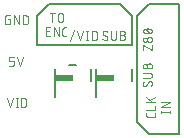
<source format=gbr>
G04 EAGLE Gerber RS-274X export*
G75*
%MOMM*%
%FSLAX34Y34*%
%LPD*%
%INSilkscreen Top*%
%IPPOS*%
%AMOC8*
5,1,8,0,0,1.08239X$1,22.5*%
G01*
%ADD10C,0.050800*%
%ADD11C,0.127000*%
%ADD12C,0.152400*%
%ADD13R,1.500000X0.500000*%
%ADD14R,1.524000X0.508000*%


D10*
X135214Y22372D02*
X135214Y20679D01*
X135212Y20598D01*
X135206Y20518D01*
X135197Y20438D01*
X135183Y20359D01*
X135166Y20280D01*
X135145Y20202D01*
X135121Y20125D01*
X135093Y20050D01*
X135061Y19976D01*
X135026Y19903D01*
X134987Y19833D01*
X134945Y19764D01*
X134900Y19697D01*
X134852Y19632D01*
X134800Y19570D01*
X134746Y19511D01*
X134689Y19454D01*
X134630Y19400D01*
X134568Y19348D01*
X134503Y19300D01*
X134436Y19255D01*
X134368Y19213D01*
X134297Y19174D01*
X134224Y19139D01*
X134150Y19107D01*
X134075Y19079D01*
X133998Y19055D01*
X133920Y19034D01*
X133841Y19017D01*
X133762Y19003D01*
X133682Y18994D01*
X133602Y18988D01*
X133521Y18986D01*
X129287Y18986D01*
X129206Y18988D01*
X129126Y18994D01*
X129046Y19003D01*
X128967Y19017D01*
X128888Y19034D01*
X128810Y19055D01*
X128733Y19079D01*
X128658Y19107D01*
X128584Y19139D01*
X128511Y19174D01*
X128441Y19213D01*
X128372Y19255D01*
X128305Y19300D01*
X128240Y19348D01*
X128178Y19399D01*
X128119Y19454D01*
X128062Y19511D01*
X128008Y19570D01*
X127956Y19632D01*
X127908Y19697D01*
X127863Y19764D01*
X127821Y19832D01*
X127782Y19903D01*
X127747Y19976D01*
X127715Y20050D01*
X127687Y20125D01*
X127663Y20202D01*
X127642Y20280D01*
X127625Y20359D01*
X127611Y20438D01*
X127602Y20518D01*
X127596Y20598D01*
X127594Y20679D01*
X127594Y22372D01*
X127594Y25357D02*
X135214Y25357D01*
X135214Y28744D01*
X135214Y31781D02*
X127594Y31781D01*
X127594Y36014D02*
X132251Y31781D01*
X130557Y33474D02*
X135214Y36014D01*
X139786Y23817D02*
X147406Y23817D01*
X147406Y22970D02*
X147406Y24664D01*
X139786Y24664D02*
X139786Y22970D01*
X139786Y27796D02*
X147406Y27796D01*
X147406Y32030D02*
X139786Y27796D01*
X139786Y32030D02*
X147406Y32030D01*
D11*
X155000Y5000D02*
X130000Y5000D01*
X120000Y15000D01*
X120000Y105000D01*
X130000Y115000D01*
X155000Y115000D01*
X155000Y5000D01*
X115000Y105000D02*
X105000Y115000D01*
X45000Y115000D01*
X35000Y105000D01*
X35000Y80000D01*
X115000Y80000D01*
X115000Y105000D01*
D10*
X47836Y107406D02*
X47836Y99786D01*
X45720Y107406D02*
X49953Y107406D01*
X52547Y105289D02*
X52547Y101903D01*
X52547Y105289D02*
X52549Y105380D01*
X52555Y105471D01*
X52565Y105562D01*
X52578Y105652D01*
X52596Y105741D01*
X52617Y105830D01*
X52642Y105917D01*
X52671Y106004D01*
X52704Y106089D01*
X52740Y106172D01*
X52780Y106254D01*
X52823Y106334D01*
X52870Y106413D01*
X52920Y106489D01*
X52973Y106563D01*
X53029Y106634D01*
X53089Y106703D01*
X53151Y106770D01*
X53216Y106833D01*
X53284Y106894D01*
X53354Y106952D01*
X53427Y107007D01*
X53502Y107059D01*
X53579Y107107D01*
X53659Y107152D01*
X53740Y107194D01*
X53822Y107232D01*
X53907Y107266D01*
X53993Y107297D01*
X54080Y107324D01*
X54168Y107347D01*
X54257Y107366D01*
X54346Y107382D01*
X54437Y107394D01*
X54527Y107402D01*
X54618Y107406D01*
X54710Y107406D01*
X54801Y107402D01*
X54891Y107394D01*
X54982Y107382D01*
X55071Y107366D01*
X55160Y107347D01*
X55248Y107324D01*
X55335Y107297D01*
X55421Y107266D01*
X55506Y107232D01*
X55588Y107194D01*
X55669Y107152D01*
X55749Y107107D01*
X55826Y107059D01*
X55901Y107007D01*
X55974Y106952D01*
X56044Y106894D01*
X56112Y106833D01*
X56177Y106770D01*
X56239Y106703D01*
X56299Y106634D01*
X56355Y106563D01*
X56408Y106489D01*
X56458Y106413D01*
X56505Y106334D01*
X56548Y106254D01*
X56588Y106172D01*
X56624Y106089D01*
X56657Y106004D01*
X56686Y105917D01*
X56711Y105830D01*
X56732Y105741D01*
X56750Y105652D01*
X56763Y105562D01*
X56773Y105471D01*
X56779Y105380D01*
X56781Y105289D01*
X56780Y105289D02*
X56780Y101903D01*
X56781Y101903D02*
X56779Y101812D01*
X56773Y101721D01*
X56763Y101630D01*
X56750Y101540D01*
X56732Y101451D01*
X56711Y101362D01*
X56686Y101275D01*
X56657Y101188D01*
X56624Y101103D01*
X56588Y101020D01*
X56548Y100938D01*
X56505Y100858D01*
X56458Y100779D01*
X56408Y100703D01*
X56355Y100629D01*
X56299Y100558D01*
X56239Y100489D01*
X56177Y100422D01*
X56112Y100359D01*
X56044Y100298D01*
X55974Y100240D01*
X55901Y100185D01*
X55826Y100133D01*
X55749Y100085D01*
X55669Y100040D01*
X55588Y99998D01*
X55506Y99960D01*
X55421Y99926D01*
X55335Y99895D01*
X55248Y99868D01*
X55160Y99845D01*
X55071Y99826D01*
X54982Y99810D01*
X54891Y99798D01*
X54801Y99790D01*
X54710Y99786D01*
X54618Y99786D01*
X54527Y99790D01*
X54437Y99798D01*
X54346Y99810D01*
X54257Y99826D01*
X54168Y99845D01*
X54080Y99868D01*
X53993Y99895D01*
X53907Y99926D01*
X53822Y99960D01*
X53740Y99998D01*
X53659Y100040D01*
X53579Y100085D01*
X53502Y100133D01*
X53427Y100185D01*
X53354Y100240D01*
X53284Y100298D01*
X53216Y100359D01*
X53151Y100422D01*
X53089Y100489D01*
X53029Y100558D01*
X52973Y100629D01*
X52920Y100703D01*
X52870Y100779D01*
X52823Y100858D01*
X52780Y100938D01*
X52740Y101020D01*
X52704Y101103D01*
X52671Y101188D01*
X52642Y101275D01*
X52617Y101362D01*
X52596Y101451D01*
X52578Y101540D01*
X52565Y101630D01*
X52555Y101721D01*
X52549Y101812D01*
X52547Y101903D01*
X46010Y87594D02*
X42623Y87594D01*
X42623Y95214D01*
X46010Y95214D01*
X45163Y91827D02*
X42623Y91827D01*
X48950Y95214D02*
X48950Y87594D01*
X53183Y87594D02*
X48950Y95214D01*
X53183Y95214D02*
X53183Y87594D01*
X58184Y87594D02*
X59877Y87594D01*
X58184Y87594D02*
X58103Y87596D01*
X58023Y87602D01*
X57943Y87611D01*
X57864Y87625D01*
X57785Y87642D01*
X57707Y87663D01*
X57630Y87687D01*
X57555Y87715D01*
X57481Y87747D01*
X57408Y87782D01*
X57338Y87821D01*
X57269Y87863D01*
X57202Y87908D01*
X57137Y87956D01*
X57075Y88008D01*
X57016Y88062D01*
X56959Y88119D01*
X56905Y88178D01*
X56853Y88240D01*
X56805Y88305D01*
X56760Y88372D01*
X56718Y88441D01*
X56679Y88511D01*
X56644Y88584D01*
X56612Y88658D01*
X56584Y88733D01*
X56560Y88810D01*
X56539Y88888D01*
X56522Y88967D01*
X56508Y89046D01*
X56499Y89126D01*
X56493Y89206D01*
X56491Y89287D01*
X56490Y89287D02*
X56490Y93521D01*
X56491Y93521D02*
X56493Y93602D01*
X56499Y93682D01*
X56508Y93762D01*
X56522Y93841D01*
X56539Y93920D01*
X56560Y93998D01*
X56584Y94075D01*
X56612Y94150D01*
X56644Y94224D01*
X56679Y94297D01*
X56718Y94367D01*
X56760Y94436D01*
X56805Y94503D01*
X56853Y94568D01*
X56905Y94630D01*
X56959Y94689D01*
X57016Y94746D01*
X57075Y94800D01*
X57137Y94852D01*
X57202Y94900D01*
X57269Y94945D01*
X57337Y94987D01*
X57408Y95026D01*
X57481Y95061D01*
X57555Y95093D01*
X57630Y95121D01*
X57707Y95145D01*
X57785Y95166D01*
X57864Y95183D01*
X57943Y95197D01*
X58023Y95206D01*
X58103Y95212D01*
X58184Y95214D01*
X59877Y95214D01*
X92816Y84626D02*
X92897Y84628D01*
X92977Y84634D01*
X93057Y84643D01*
X93136Y84657D01*
X93215Y84674D01*
X93293Y84695D01*
X93370Y84719D01*
X93445Y84747D01*
X93519Y84779D01*
X93592Y84814D01*
X93663Y84853D01*
X93731Y84895D01*
X93798Y84940D01*
X93863Y84988D01*
X93925Y85040D01*
X93984Y85094D01*
X94041Y85151D01*
X94095Y85210D01*
X94147Y85272D01*
X94195Y85337D01*
X94240Y85404D01*
X94282Y85473D01*
X94321Y85543D01*
X94356Y85616D01*
X94388Y85690D01*
X94416Y85765D01*
X94440Y85842D01*
X94461Y85920D01*
X94478Y85999D01*
X94492Y86078D01*
X94501Y86158D01*
X94507Y86238D01*
X94509Y86319D01*
X92816Y84626D02*
X92698Y84628D01*
X92581Y84634D01*
X92464Y84643D01*
X92347Y84657D01*
X92230Y84674D01*
X92115Y84695D01*
X92000Y84720D01*
X91885Y84749D01*
X91772Y84782D01*
X91660Y84818D01*
X91550Y84858D01*
X91440Y84901D01*
X91332Y84948D01*
X91226Y84999D01*
X91122Y85053D01*
X91019Y85110D01*
X90918Y85171D01*
X90819Y85235D01*
X90723Y85302D01*
X90629Y85373D01*
X90537Y85446D01*
X90447Y85523D01*
X90360Y85602D01*
X90276Y85684D01*
X90488Y90553D02*
X90490Y90634D01*
X90496Y90714D01*
X90505Y90794D01*
X90519Y90873D01*
X90536Y90952D01*
X90557Y91030D01*
X90581Y91107D01*
X90609Y91182D01*
X90641Y91256D01*
X90676Y91329D01*
X90715Y91400D01*
X90757Y91468D01*
X90802Y91535D01*
X90850Y91600D01*
X90902Y91662D01*
X90956Y91721D01*
X91013Y91778D01*
X91072Y91832D01*
X91134Y91884D01*
X91199Y91932D01*
X91266Y91977D01*
X91335Y92019D01*
X91405Y92058D01*
X91478Y92093D01*
X91552Y92125D01*
X91627Y92153D01*
X91704Y92177D01*
X91782Y92198D01*
X91861Y92215D01*
X91940Y92229D01*
X92020Y92238D01*
X92100Y92244D01*
X92181Y92246D01*
X92289Y92244D01*
X92396Y92239D01*
X92503Y92230D01*
X92610Y92217D01*
X92716Y92201D01*
X92822Y92181D01*
X92927Y92157D01*
X93031Y92130D01*
X93134Y92100D01*
X93236Y92066D01*
X93337Y92028D01*
X93436Y91987D01*
X93534Y91943D01*
X93631Y91896D01*
X93725Y91845D01*
X93819Y91791D01*
X93910Y91734D01*
X93999Y91674D01*
X94086Y91611D01*
X91335Y89071D02*
X91266Y89114D01*
X91199Y89160D01*
X91134Y89209D01*
X91072Y89261D01*
X91013Y89316D01*
X90956Y89374D01*
X90901Y89435D01*
X90850Y89497D01*
X90802Y89563D01*
X90757Y89630D01*
X90715Y89700D01*
X90676Y89771D01*
X90641Y89844D01*
X90609Y89919D01*
X90581Y89995D01*
X90556Y90072D01*
X90536Y90151D01*
X90519Y90230D01*
X90505Y90310D01*
X90496Y90391D01*
X90490Y90472D01*
X90488Y90553D01*
X93663Y87801D02*
X93732Y87758D01*
X93799Y87712D01*
X93864Y87663D01*
X93926Y87611D01*
X93985Y87556D01*
X94043Y87498D01*
X94097Y87437D01*
X94148Y87375D01*
X94196Y87309D01*
X94241Y87242D01*
X94283Y87172D01*
X94322Y87101D01*
X94357Y87028D01*
X94389Y86953D01*
X94417Y86877D01*
X94442Y86800D01*
X94462Y86721D01*
X94479Y86642D01*
X94493Y86562D01*
X94502Y86481D01*
X94508Y86400D01*
X94510Y86319D01*
X93663Y87801D02*
X91334Y89071D01*
X97591Y86743D02*
X97591Y92246D01*
X97591Y86743D02*
X97593Y86652D01*
X97599Y86561D01*
X97609Y86470D01*
X97622Y86380D01*
X97640Y86291D01*
X97661Y86202D01*
X97686Y86115D01*
X97715Y86028D01*
X97748Y85943D01*
X97784Y85860D01*
X97824Y85778D01*
X97867Y85698D01*
X97914Y85619D01*
X97964Y85543D01*
X98017Y85469D01*
X98073Y85398D01*
X98133Y85329D01*
X98195Y85262D01*
X98260Y85199D01*
X98328Y85138D01*
X98398Y85080D01*
X98471Y85025D01*
X98546Y84973D01*
X98623Y84925D01*
X98703Y84880D01*
X98784Y84838D01*
X98866Y84800D01*
X98951Y84766D01*
X99037Y84735D01*
X99124Y84708D01*
X99212Y84685D01*
X99301Y84666D01*
X99390Y84650D01*
X99481Y84638D01*
X99571Y84630D01*
X99662Y84626D01*
X99754Y84626D01*
X99845Y84630D01*
X99935Y84638D01*
X100026Y84650D01*
X100115Y84666D01*
X100204Y84685D01*
X100292Y84708D01*
X100379Y84735D01*
X100465Y84766D01*
X100550Y84800D01*
X100632Y84838D01*
X100713Y84880D01*
X100793Y84925D01*
X100870Y84973D01*
X100945Y85025D01*
X101018Y85080D01*
X101088Y85138D01*
X101156Y85199D01*
X101221Y85262D01*
X101283Y85329D01*
X101343Y85398D01*
X101399Y85469D01*
X101452Y85543D01*
X101502Y85619D01*
X101549Y85698D01*
X101592Y85778D01*
X101632Y85860D01*
X101668Y85943D01*
X101701Y86028D01*
X101730Y86115D01*
X101755Y86202D01*
X101776Y86291D01*
X101794Y86380D01*
X101807Y86470D01*
X101817Y86561D01*
X101823Y86652D01*
X101825Y86743D01*
X101825Y92246D01*
X105491Y88859D02*
X107607Y88859D01*
X107607Y88860D02*
X107698Y88858D01*
X107789Y88852D01*
X107880Y88842D01*
X107970Y88829D01*
X108059Y88811D01*
X108148Y88790D01*
X108235Y88765D01*
X108322Y88736D01*
X108407Y88703D01*
X108490Y88667D01*
X108572Y88627D01*
X108652Y88584D01*
X108731Y88537D01*
X108807Y88487D01*
X108881Y88434D01*
X108952Y88378D01*
X109021Y88318D01*
X109088Y88256D01*
X109151Y88191D01*
X109212Y88123D01*
X109270Y88053D01*
X109325Y87980D01*
X109377Y87905D01*
X109425Y87828D01*
X109470Y87748D01*
X109512Y87667D01*
X109550Y87585D01*
X109584Y87500D01*
X109615Y87414D01*
X109642Y87327D01*
X109665Y87239D01*
X109684Y87150D01*
X109700Y87061D01*
X109712Y86970D01*
X109720Y86880D01*
X109724Y86789D01*
X109724Y86697D01*
X109720Y86606D01*
X109712Y86516D01*
X109700Y86425D01*
X109684Y86336D01*
X109665Y86247D01*
X109642Y86159D01*
X109615Y86072D01*
X109584Y85986D01*
X109550Y85901D01*
X109512Y85819D01*
X109470Y85738D01*
X109425Y85658D01*
X109377Y85581D01*
X109325Y85506D01*
X109270Y85433D01*
X109212Y85363D01*
X109151Y85295D01*
X109088Y85230D01*
X109021Y85168D01*
X108952Y85108D01*
X108881Y85052D01*
X108807Y84999D01*
X108731Y84949D01*
X108652Y84902D01*
X108572Y84859D01*
X108490Y84819D01*
X108407Y84783D01*
X108322Y84750D01*
X108235Y84721D01*
X108148Y84696D01*
X108059Y84675D01*
X107970Y84657D01*
X107880Y84644D01*
X107789Y84634D01*
X107698Y84628D01*
X107607Y84626D01*
X105491Y84626D01*
X105491Y92246D01*
X107607Y92246D01*
X107688Y92244D01*
X107768Y92238D01*
X107848Y92229D01*
X107927Y92215D01*
X108006Y92198D01*
X108084Y92177D01*
X108161Y92153D01*
X108236Y92125D01*
X108310Y92093D01*
X108383Y92058D01*
X108453Y92019D01*
X108522Y91977D01*
X108589Y91932D01*
X108654Y91884D01*
X108716Y91832D01*
X108775Y91778D01*
X108832Y91721D01*
X108886Y91662D01*
X108938Y91600D01*
X108986Y91535D01*
X109031Y91468D01*
X109073Y91400D01*
X109112Y91329D01*
X109147Y91256D01*
X109179Y91182D01*
X109207Y91107D01*
X109231Y91030D01*
X109252Y90952D01*
X109269Y90873D01*
X109283Y90794D01*
X109292Y90714D01*
X109298Y90634D01*
X109300Y90553D01*
X109298Y90472D01*
X109292Y90392D01*
X109283Y90312D01*
X109269Y90233D01*
X109252Y90154D01*
X109231Y90076D01*
X109207Y89999D01*
X109179Y89924D01*
X109147Y89850D01*
X109112Y89777D01*
X109073Y89707D01*
X109031Y89638D01*
X108986Y89571D01*
X108938Y89506D01*
X108886Y89444D01*
X108832Y89385D01*
X108775Y89328D01*
X108716Y89274D01*
X108654Y89222D01*
X108589Y89174D01*
X108522Y89129D01*
X108454Y89087D01*
X108383Y89048D01*
X108310Y89013D01*
X108236Y88981D01*
X108161Y88953D01*
X108084Y88929D01*
X108006Y88908D01*
X107927Y88891D01*
X107848Y88877D01*
X107768Y88868D01*
X107688Y88862D01*
X107607Y88860D01*
X14054Y62754D02*
X11514Y62754D01*
X14054Y62754D02*
X14135Y62756D01*
X14215Y62762D01*
X14295Y62771D01*
X14374Y62785D01*
X14453Y62802D01*
X14531Y62823D01*
X14608Y62847D01*
X14683Y62875D01*
X14757Y62907D01*
X14830Y62942D01*
X14901Y62981D01*
X14969Y63023D01*
X15036Y63068D01*
X15101Y63116D01*
X15163Y63168D01*
X15222Y63222D01*
X15279Y63279D01*
X15333Y63338D01*
X15385Y63400D01*
X15433Y63465D01*
X15478Y63532D01*
X15520Y63601D01*
X15559Y63671D01*
X15594Y63744D01*
X15626Y63818D01*
X15654Y63893D01*
X15678Y63970D01*
X15699Y64048D01*
X15716Y64127D01*
X15730Y64206D01*
X15739Y64286D01*
X15745Y64366D01*
X15747Y64447D01*
X15747Y65294D01*
X15745Y65375D01*
X15739Y65455D01*
X15730Y65535D01*
X15716Y65614D01*
X15699Y65693D01*
X15678Y65771D01*
X15654Y65848D01*
X15626Y65923D01*
X15594Y65997D01*
X15559Y66070D01*
X15520Y66141D01*
X15478Y66209D01*
X15433Y66276D01*
X15385Y66341D01*
X15333Y66403D01*
X15279Y66462D01*
X15222Y66519D01*
X15163Y66573D01*
X15101Y66625D01*
X15036Y66673D01*
X14969Y66718D01*
X14901Y66760D01*
X14830Y66799D01*
X14757Y66834D01*
X14683Y66866D01*
X14608Y66894D01*
X14531Y66918D01*
X14453Y66939D01*
X14374Y66956D01*
X14295Y66970D01*
X14215Y66979D01*
X14135Y66985D01*
X14054Y66987D01*
X11514Y66987D01*
X11514Y70374D01*
X15747Y70374D01*
X18406Y70374D02*
X20946Y62754D01*
X23486Y70374D01*
X130553Y49509D02*
X130634Y49507D01*
X130714Y49501D01*
X130794Y49492D01*
X130873Y49478D01*
X130952Y49461D01*
X131030Y49440D01*
X131107Y49416D01*
X131182Y49388D01*
X131256Y49356D01*
X131329Y49321D01*
X131400Y49282D01*
X131468Y49240D01*
X131535Y49195D01*
X131600Y49147D01*
X131662Y49095D01*
X131721Y49041D01*
X131778Y48984D01*
X131832Y48925D01*
X131884Y48863D01*
X131932Y48798D01*
X131977Y48731D01*
X132019Y48663D01*
X132058Y48592D01*
X132093Y48519D01*
X132125Y48445D01*
X132153Y48370D01*
X132177Y48293D01*
X132198Y48215D01*
X132215Y48136D01*
X132229Y48057D01*
X132238Y47977D01*
X132244Y47897D01*
X132246Y47816D01*
X132244Y47698D01*
X132238Y47581D01*
X132229Y47464D01*
X132215Y47347D01*
X132198Y47230D01*
X132177Y47115D01*
X132152Y47000D01*
X132123Y46885D01*
X132090Y46772D01*
X132054Y46660D01*
X132014Y46550D01*
X131971Y46440D01*
X131924Y46332D01*
X131873Y46226D01*
X131819Y46122D01*
X131762Y46019D01*
X131701Y45918D01*
X131637Y45819D01*
X131570Y45723D01*
X131499Y45629D01*
X131426Y45537D01*
X131349Y45447D01*
X131270Y45360D01*
X131188Y45276D01*
X126319Y45488D02*
X126238Y45490D01*
X126158Y45496D01*
X126078Y45505D01*
X125999Y45519D01*
X125920Y45536D01*
X125842Y45557D01*
X125765Y45581D01*
X125690Y45609D01*
X125616Y45641D01*
X125543Y45676D01*
X125473Y45715D01*
X125404Y45757D01*
X125337Y45802D01*
X125272Y45850D01*
X125210Y45902D01*
X125151Y45956D01*
X125094Y46013D01*
X125040Y46072D01*
X124988Y46134D01*
X124940Y46199D01*
X124895Y46266D01*
X124853Y46335D01*
X124814Y46405D01*
X124779Y46478D01*
X124747Y46552D01*
X124719Y46627D01*
X124695Y46704D01*
X124674Y46782D01*
X124657Y46861D01*
X124643Y46940D01*
X124634Y47020D01*
X124628Y47100D01*
X124626Y47181D01*
X124628Y47289D01*
X124633Y47396D01*
X124642Y47503D01*
X124655Y47610D01*
X124671Y47716D01*
X124691Y47822D01*
X124715Y47927D01*
X124742Y48031D01*
X124772Y48134D01*
X124806Y48236D01*
X124844Y48337D01*
X124885Y48436D01*
X124929Y48534D01*
X124976Y48631D01*
X125027Y48725D01*
X125081Y48819D01*
X125138Y48910D01*
X125198Y48999D01*
X125261Y49086D01*
X127801Y46334D02*
X127758Y46265D01*
X127712Y46198D01*
X127663Y46133D01*
X127611Y46071D01*
X127556Y46012D01*
X127498Y45955D01*
X127437Y45900D01*
X127375Y45849D01*
X127309Y45801D01*
X127242Y45756D01*
X127172Y45714D01*
X127101Y45675D01*
X127028Y45640D01*
X126953Y45608D01*
X126877Y45580D01*
X126800Y45556D01*
X126721Y45535D01*
X126642Y45518D01*
X126562Y45504D01*
X126481Y45495D01*
X126400Y45489D01*
X126319Y45487D01*
X129071Y48663D02*
X129114Y48732D01*
X129160Y48799D01*
X129209Y48864D01*
X129261Y48926D01*
X129316Y48985D01*
X129374Y49043D01*
X129435Y49097D01*
X129497Y49148D01*
X129563Y49196D01*
X129630Y49241D01*
X129700Y49283D01*
X129771Y49322D01*
X129844Y49357D01*
X129919Y49389D01*
X129995Y49417D01*
X130072Y49442D01*
X130151Y49462D01*
X130230Y49479D01*
X130310Y49493D01*
X130391Y49502D01*
X130472Y49508D01*
X130553Y49510D01*
X129071Y48663D02*
X127801Y46334D01*
X130129Y52591D02*
X124626Y52591D01*
X130129Y52591D02*
X130220Y52593D01*
X130311Y52599D01*
X130402Y52609D01*
X130492Y52622D01*
X130581Y52640D01*
X130670Y52661D01*
X130757Y52686D01*
X130844Y52715D01*
X130929Y52748D01*
X131012Y52784D01*
X131094Y52824D01*
X131174Y52867D01*
X131253Y52914D01*
X131329Y52964D01*
X131403Y53017D01*
X131474Y53073D01*
X131543Y53133D01*
X131610Y53195D01*
X131673Y53260D01*
X131734Y53328D01*
X131792Y53398D01*
X131847Y53471D01*
X131899Y53546D01*
X131947Y53623D01*
X131992Y53703D01*
X132034Y53784D01*
X132072Y53866D01*
X132106Y53951D01*
X132137Y54037D01*
X132164Y54124D01*
X132187Y54212D01*
X132206Y54301D01*
X132222Y54390D01*
X132234Y54481D01*
X132242Y54571D01*
X132246Y54662D01*
X132246Y54754D01*
X132242Y54845D01*
X132234Y54935D01*
X132222Y55026D01*
X132206Y55115D01*
X132187Y55204D01*
X132164Y55292D01*
X132137Y55379D01*
X132106Y55465D01*
X132072Y55550D01*
X132034Y55632D01*
X131992Y55713D01*
X131947Y55793D01*
X131899Y55870D01*
X131847Y55945D01*
X131792Y56018D01*
X131734Y56088D01*
X131673Y56156D01*
X131610Y56221D01*
X131543Y56283D01*
X131474Y56343D01*
X131403Y56399D01*
X131329Y56452D01*
X131253Y56502D01*
X131174Y56549D01*
X131094Y56592D01*
X131012Y56632D01*
X130929Y56668D01*
X130844Y56701D01*
X130757Y56730D01*
X130670Y56755D01*
X130581Y56776D01*
X130492Y56794D01*
X130402Y56807D01*
X130311Y56817D01*
X130220Y56823D01*
X130129Y56825D01*
X124626Y56825D01*
X128013Y60491D02*
X128013Y62607D01*
X128012Y62607D02*
X128014Y62698D01*
X128020Y62789D01*
X128030Y62880D01*
X128043Y62970D01*
X128061Y63059D01*
X128082Y63148D01*
X128107Y63235D01*
X128136Y63322D01*
X128169Y63407D01*
X128205Y63490D01*
X128245Y63572D01*
X128288Y63652D01*
X128335Y63731D01*
X128385Y63807D01*
X128438Y63881D01*
X128494Y63952D01*
X128554Y64021D01*
X128616Y64088D01*
X128681Y64151D01*
X128749Y64212D01*
X128819Y64270D01*
X128892Y64325D01*
X128967Y64377D01*
X129044Y64425D01*
X129124Y64470D01*
X129205Y64512D01*
X129287Y64550D01*
X129372Y64584D01*
X129458Y64615D01*
X129545Y64642D01*
X129633Y64665D01*
X129722Y64684D01*
X129811Y64700D01*
X129902Y64712D01*
X129992Y64720D01*
X130083Y64724D01*
X130175Y64724D01*
X130266Y64720D01*
X130356Y64712D01*
X130447Y64700D01*
X130536Y64684D01*
X130625Y64665D01*
X130713Y64642D01*
X130800Y64615D01*
X130886Y64584D01*
X130971Y64550D01*
X131053Y64512D01*
X131134Y64470D01*
X131214Y64425D01*
X131291Y64377D01*
X131366Y64325D01*
X131439Y64270D01*
X131509Y64212D01*
X131577Y64151D01*
X131642Y64088D01*
X131704Y64021D01*
X131764Y63952D01*
X131820Y63881D01*
X131873Y63807D01*
X131923Y63731D01*
X131970Y63652D01*
X132013Y63572D01*
X132053Y63490D01*
X132089Y63407D01*
X132122Y63322D01*
X132151Y63235D01*
X132176Y63148D01*
X132197Y63059D01*
X132215Y62970D01*
X132228Y62880D01*
X132238Y62789D01*
X132244Y62698D01*
X132246Y62607D01*
X132246Y60491D01*
X124626Y60491D01*
X124626Y62607D01*
X124628Y62688D01*
X124634Y62768D01*
X124643Y62848D01*
X124657Y62927D01*
X124674Y63006D01*
X124695Y63084D01*
X124719Y63161D01*
X124747Y63236D01*
X124779Y63310D01*
X124814Y63383D01*
X124853Y63454D01*
X124895Y63522D01*
X124940Y63589D01*
X124988Y63654D01*
X125040Y63716D01*
X125094Y63775D01*
X125151Y63832D01*
X125210Y63886D01*
X125272Y63938D01*
X125337Y63986D01*
X125404Y64031D01*
X125473Y64073D01*
X125543Y64112D01*
X125616Y64147D01*
X125690Y64179D01*
X125765Y64207D01*
X125842Y64231D01*
X125920Y64252D01*
X125999Y64269D01*
X126078Y64283D01*
X126158Y64292D01*
X126238Y64298D01*
X126319Y64300D01*
X126400Y64298D01*
X126480Y64292D01*
X126560Y64283D01*
X126639Y64269D01*
X126718Y64252D01*
X126796Y64231D01*
X126873Y64207D01*
X126948Y64179D01*
X127022Y64147D01*
X127095Y64112D01*
X127166Y64073D01*
X127234Y64031D01*
X127301Y63986D01*
X127366Y63938D01*
X127428Y63886D01*
X127487Y63832D01*
X127544Y63775D01*
X127598Y63716D01*
X127650Y63654D01*
X127698Y63589D01*
X127743Y63522D01*
X127785Y63454D01*
X127824Y63383D01*
X127859Y63310D01*
X127891Y63236D01*
X127919Y63161D01*
X127943Y63084D01*
X127964Y63006D01*
X127981Y62927D01*
X127995Y62848D01*
X128004Y62768D01*
X128010Y62688D01*
X128012Y62607D01*
X11814Y101987D02*
X10544Y101987D01*
X11814Y101987D02*
X11814Y97754D01*
X9274Y97754D01*
X9193Y97756D01*
X9113Y97762D01*
X9033Y97771D01*
X8954Y97785D01*
X8875Y97802D01*
X8797Y97823D01*
X8720Y97847D01*
X8645Y97875D01*
X8571Y97907D01*
X8498Y97942D01*
X8427Y97981D01*
X8359Y98023D01*
X8292Y98068D01*
X8227Y98116D01*
X8165Y98168D01*
X8106Y98222D01*
X8049Y98279D01*
X7995Y98338D01*
X7943Y98400D01*
X7895Y98465D01*
X7850Y98532D01*
X7808Y98601D01*
X7769Y98671D01*
X7734Y98744D01*
X7702Y98818D01*
X7674Y98893D01*
X7650Y98970D01*
X7629Y99048D01*
X7612Y99127D01*
X7598Y99206D01*
X7589Y99286D01*
X7583Y99366D01*
X7581Y99447D01*
X7580Y99447D02*
X7580Y103681D01*
X7581Y103681D02*
X7583Y103762D01*
X7589Y103842D01*
X7598Y103922D01*
X7612Y104001D01*
X7629Y104080D01*
X7650Y104158D01*
X7674Y104235D01*
X7702Y104310D01*
X7734Y104384D01*
X7769Y104457D01*
X7808Y104527D01*
X7850Y104596D01*
X7895Y104663D01*
X7943Y104728D01*
X7995Y104790D01*
X8049Y104849D01*
X8106Y104906D01*
X8165Y104960D01*
X8227Y105012D01*
X8292Y105060D01*
X8359Y105105D01*
X8427Y105147D01*
X8498Y105186D01*
X8571Y105221D01*
X8645Y105253D01*
X8720Y105281D01*
X8797Y105305D01*
X8875Y105326D01*
X8954Y105343D01*
X9033Y105357D01*
X9113Y105366D01*
X9193Y105372D01*
X9274Y105374D01*
X11814Y105374D01*
X15383Y105374D02*
X15383Y97754D01*
X19617Y97754D02*
X15383Y105374D01*
X19617Y105374D02*
X19617Y97754D01*
X23186Y97754D02*
X23186Y105374D01*
X25303Y105374D01*
X25393Y105372D01*
X25483Y105366D01*
X25572Y105357D01*
X25661Y105344D01*
X25749Y105326D01*
X25836Y105306D01*
X25923Y105281D01*
X26008Y105253D01*
X26092Y105221D01*
X26175Y105186D01*
X26256Y105147D01*
X26335Y105105D01*
X26413Y105060D01*
X26488Y105011D01*
X26562Y104959D01*
X26633Y104904D01*
X26702Y104846D01*
X26768Y104785D01*
X26831Y104722D01*
X26892Y104656D01*
X26950Y104587D01*
X27005Y104516D01*
X27057Y104442D01*
X27106Y104367D01*
X27151Y104289D01*
X27193Y104210D01*
X27232Y104129D01*
X27267Y104046D01*
X27299Y103962D01*
X27327Y103877D01*
X27352Y103790D01*
X27372Y103703D01*
X27390Y103615D01*
X27403Y103526D01*
X27412Y103437D01*
X27418Y103347D01*
X27420Y103257D01*
X27420Y99871D01*
X27418Y99781D01*
X27412Y99691D01*
X27403Y99602D01*
X27390Y99513D01*
X27372Y99425D01*
X27352Y99338D01*
X27327Y99251D01*
X27299Y99166D01*
X27267Y99082D01*
X27232Y98999D01*
X27193Y98918D01*
X27151Y98839D01*
X27106Y98761D01*
X27057Y98686D01*
X27005Y98612D01*
X26950Y98541D01*
X26892Y98472D01*
X26831Y98406D01*
X26768Y98343D01*
X26702Y98282D01*
X26633Y98224D01*
X26562Y98169D01*
X26488Y98117D01*
X26413Y98068D01*
X26335Y98023D01*
X26256Y97981D01*
X26175Y97942D01*
X26092Y97907D01*
X26008Y97875D01*
X25923Y97847D01*
X25836Y97822D01*
X25749Y97802D01*
X25661Y97784D01*
X25572Y97771D01*
X25483Y97762D01*
X25393Y97756D01*
X25303Y97754D01*
X23186Y97754D01*
X124626Y79923D02*
X124626Y75690D01*
X124626Y79923D02*
X132246Y75690D01*
X132246Y79923D01*
X130129Y82761D02*
X130038Y82763D01*
X129947Y82769D01*
X129856Y82779D01*
X129766Y82792D01*
X129677Y82810D01*
X129588Y82831D01*
X129501Y82856D01*
X129414Y82885D01*
X129329Y82918D01*
X129246Y82954D01*
X129164Y82994D01*
X129084Y83037D01*
X129005Y83084D01*
X128929Y83134D01*
X128855Y83187D01*
X128784Y83243D01*
X128715Y83303D01*
X128648Y83365D01*
X128585Y83430D01*
X128524Y83498D01*
X128466Y83568D01*
X128411Y83641D01*
X128359Y83716D01*
X128311Y83793D01*
X128266Y83873D01*
X128224Y83954D01*
X128186Y84036D01*
X128152Y84121D01*
X128121Y84207D01*
X128094Y84294D01*
X128071Y84382D01*
X128052Y84471D01*
X128036Y84560D01*
X128024Y84651D01*
X128016Y84741D01*
X128012Y84832D01*
X128012Y84924D01*
X128016Y85015D01*
X128024Y85105D01*
X128036Y85196D01*
X128052Y85285D01*
X128071Y85374D01*
X128094Y85462D01*
X128121Y85549D01*
X128152Y85635D01*
X128186Y85720D01*
X128224Y85802D01*
X128266Y85883D01*
X128311Y85963D01*
X128359Y86040D01*
X128411Y86115D01*
X128466Y86188D01*
X128524Y86258D01*
X128585Y86326D01*
X128648Y86391D01*
X128715Y86453D01*
X128784Y86513D01*
X128855Y86569D01*
X128929Y86622D01*
X129005Y86672D01*
X129084Y86719D01*
X129164Y86762D01*
X129246Y86802D01*
X129329Y86838D01*
X129414Y86871D01*
X129501Y86900D01*
X129588Y86925D01*
X129677Y86946D01*
X129766Y86964D01*
X129856Y86977D01*
X129947Y86987D01*
X130038Y86993D01*
X130129Y86995D01*
X130220Y86993D01*
X130311Y86987D01*
X130402Y86977D01*
X130492Y86964D01*
X130581Y86946D01*
X130670Y86925D01*
X130757Y86900D01*
X130844Y86871D01*
X130929Y86838D01*
X131012Y86802D01*
X131094Y86762D01*
X131174Y86719D01*
X131253Y86672D01*
X131329Y86622D01*
X131403Y86569D01*
X131474Y86513D01*
X131543Y86453D01*
X131610Y86391D01*
X131673Y86326D01*
X131734Y86258D01*
X131792Y86188D01*
X131847Y86115D01*
X131899Y86040D01*
X131947Y85963D01*
X131992Y85883D01*
X132034Y85802D01*
X132072Y85720D01*
X132106Y85635D01*
X132137Y85549D01*
X132164Y85462D01*
X132187Y85374D01*
X132206Y85285D01*
X132222Y85196D01*
X132234Y85105D01*
X132242Y85015D01*
X132246Y84924D01*
X132246Y84832D01*
X132242Y84741D01*
X132234Y84651D01*
X132222Y84560D01*
X132206Y84471D01*
X132187Y84382D01*
X132164Y84294D01*
X132137Y84207D01*
X132106Y84121D01*
X132072Y84036D01*
X132034Y83954D01*
X131992Y83873D01*
X131947Y83793D01*
X131899Y83716D01*
X131847Y83641D01*
X131792Y83568D01*
X131734Y83498D01*
X131673Y83430D01*
X131610Y83365D01*
X131543Y83303D01*
X131474Y83243D01*
X131403Y83187D01*
X131329Y83134D01*
X131253Y83084D01*
X131174Y83037D01*
X131094Y82994D01*
X131012Y82954D01*
X130929Y82918D01*
X130844Y82885D01*
X130757Y82856D01*
X130670Y82831D01*
X130581Y82810D01*
X130492Y82792D01*
X130402Y82779D01*
X130311Y82769D01*
X130220Y82763D01*
X130129Y82761D01*
X126319Y83185D02*
X126238Y83187D01*
X126158Y83193D01*
X126078Y83202D01*
X125999Y83216D01*
X125920Y83233D01*
X125842Y83254D01*
X125765Y83278D01*
X125690Y83306D01*
X125616Y83338D01*
X125543Y83373D01*
X125472Y83412D01*
X125404Y83454D01*
X125337Y83499D01*
X125272Y83547D01*
X125210Y83599D01*
X125151Y83653D01*
X125094Y83710D01*
X125040Y83769D01*
X124988Y83831D01*
X124940Y83896D01*
X124895Y83963D01*
X124853Y84032D01*
X124814Y84102D01*
X124779Y84175D01*
X124747Y84249D01*
X124719Y84324D01*
X124695Y84401D01*
X124674Y84479D01*
X124657Y84558D01*
X124643Y84637D01*
X124634Y84717D01*
X124628Y84797D01*
X124626Y84878D01*
X124628Y84959D01*
X124634Y85039D01*
X124643Y85119D01*
X124657Y85198D01*
X124674Y85277D01*
X124695Y85355D01*
X124719Y85432D01*
X124747Y85507D01*
X124779Y85581D01*
X124814Y85654D01*
X124853Y85725D01*
X124895Y85793D01*
X124940Y85860D01*
X124988Y85925D01*
X125040Y85987D01*
X125094Y86046D01*
X125151Y86103D01*
X125210Y86157D01*
X125272Y86209D01*
X125337Y86257D01*
X125404Y86302D01*
X125473Y86344D01*
X125543Y86383D01*
X125616Y86418D01*
X125690Y86450D01*
X125765Y86478D01*
X125842Y86502D01*
X125920Y86523D01*
X125999Y86540D01*
X126078Y86554D01*
X126158Y86563D01*
X126238Y86569D01*
X126319Y86571D01*
X126400Y86569D01*
X126480Y86563D01*
X126560Y86554D01*
X126639Y86540D01*
X126718Y86523D01*
X126796Y86502D01*
X126873Y86478D01*
X126948Y86450D01*
X127022Y86418D01*
X127095Y86383D01*
X127165Y86344D01*
X127234Y86302D01*
X127301Y86257D01*
X127366Y86209D01*
X127428Y86157D01*
X127487Y86103D01*
X127544Y86046D01*
X127598Y85987D01*
X127650Y85925D01*
X127698Y85860D01*
X127743Y85793D01*
X127785Y85725D01*
X127824Y85654D01*
X127859Y85581D01*
X127891Y85507D01*
X127919Y85432D01*
X127943Y85355D01*
X127964Y85277D01*
X127981Y85198D01*
X127995Y85119D01*
X128004Y85039D01*
X128010Y84959D01*
X128012Y84878D01*
X128010Y84797D01*
X128004Y84717D01*
X127995Y84637D01*
X127981Y84558D01*
X127964Y84479D01*
X127943Y84401D01*
X127919Y84324D01*
X127891Y84249D01*
X127859Y84175D01*
X127824Y84102D01*
X127785Y84032D01*
X127743Y83963D01*
X127698Y83896D01*
X127650Y83831D01*
X127598Y83769D01*
X127544Y83710D01*
X127487Y83653D01*
X127428Y83599D01*
X127366Y83547D01*
X127301Y83499D01*
X127234Y83454D01*
X127166Y83412D01*
X127095Y83373D01*
X127022Y83338D01*
X126948Y83306D01*
X126873Y83278D01*
X126796Y83254D01*
X126718Y83233D01*
X126639Y83216D01*
X126560Y83202D01*
X126480Y83193D01*
X126400Y83187D01*
X126319Y83185D01*
X128436Y90077D02*
X128278Y90079D01*
X128120Y90085D01*
X127962Y90095D01*
X127804Y90109D01*
X127647Y90127D01*
X127490Y90149D01*
X127334Y90174D01*
X127179Y90204D01*
X127024Y90238D01*
X126870Y90275D01*
X126718Y90317D01*
X126566Y90362D01*
X126416Y90411D01*
X126266Y90464D01*
X126119Y90520D01*
X125972Y90581D01*
X125828Y90644D01*
X125685Y90712D01*
X125684Y90712D02*
X125611Y90739D01*
X125540Y90769D01*
X125470Y90803D01*
X125402Y90841D01*
X125336Y90882D01*
X125272Y90926D01*
X125210Y90973D01*
X125151Y91023D01*
X125094Y91076D01*
X125040Y91132D01*
X124989Y91191D01*
X124941Y91251D01*
X124896Y91315D01*
X124854Y91380D01*
X124815Y91447D01*
X124780Y91517D01*
X124748Y91588D01*
X124720Y91660D01*
X124695Y91734D01*
X124674Y91808D01*
X124657Y91884D01*
X124643Y91961D01*
X124634Y92038D01*
X124628Y92115D01*
X124626Y92193D01*
X124628Y92271D01*
X124634Y92348D01*
X124643Y92425D01*
X124657Y92502D01*
X124674Y92578D01*
X124695Y92652D01*
X124720Y92726D01*
X124748Y92798D01*
X124780Y92869D01*
X124815Y92939D01*
X124854Y93006D01*
X124896Y93071D01*
X124941Y93135D01*
X124989Y93195D01*
X125040Y93254D01*
X125094Y93310D01*
X125151Y93363D01*
X125210Y93413D01*
X125272Y93460D01*
X125336Y93504D01*
X125402Y93545D01*
X125470Y93583D01*
X125540Y93617D01*
X125611Y93647D01*
X125684Y93674D01*
X125685Y93674D02*
X125828Y93742D01*
X125972Y93805D01*
X126119Y93866D01*
X126266Y93922D01*
X126416Y93975D01*
X126566Y94024D01*
X126718Y94069D01*
X126870Y94111D01*
X127024Y94148D01*
X127179Y94182D01*
X127334Y94212D01*
X127490Y94237D01*
X127647Y94259D01*
X127804Y94277D01*
X127962Y94291D01*
X128120Y94301D01*
X128278Y94307D01*
X128436Y94309D01*
X128436Y90076D02*
X128594Y90078D01*
X128752Y90084D01*
X128910Y90094D01*
X129068Y90108D01*
X129225Y90126D01*
X129382Y90148D01*
X129538Y90173D01*
X129693Y90203D01*
X129848Y90237D01*
X130002Y90274D01*
X130155Y90316D01*
X130306Y90361D01*
X130457Y90410D01*
X130606Y90463D01*
X130754Y90519D01*
X130900Y90580D01*
X131045Y90644D01*
X131188Y90711D01*
X131188Y90712D02*
X131261Y90739D01*
X131332Y90769D01*
X131402Y90803D01*
X131470Y90841D01*
X131536Y90882D01*
X131600Y90926D01*
X131662Y90973D01*
X131721Y91023D01*
X131778Y91076D01*
X131832Y91132D01*
X131883Y91191D01*
X131931Y91251D01*
X131977Y91315D01*
X132018Y91380D01*
X132057Y91447D01*
X132092Y91517D01*
X132124Y91588D01*
X132152Y91660D01*
X132177Y91734D01*
X132198Y91808D01*
X132215Y91884D01*
X132229Y91961D01*
X132238Y92038D01*
X132244Y92115D01*
X132246Y92193D01*
X131188Y93675D02*
X131045Y93742D01*
X130900Y93806D01*
X130754Y93867D01*
X130606Y93923D01*
X130457Y93976D01*
X130306Y94025D01*
X130155Y94070D01*
X130002Y94112D01*
X129848Y94149D01*
X129693Y94183D01*
X129538Y94213D01*
X129382Y94238D01*
X129225Y94260D01*
X129068Y94278D01*
X128910Y94292D01*
X128752Y94302D01*
X128594Y94308D01*
X128436Y94310D01*
X131188Y93674D02*
X131261Y93647D01*
X131332Y93617D01*
X131402Y93583D01*
X131470Y93545D01*
X131536Y93504D01*
X131600Y93460D01*
X131662Y93413D01*
X131721Y93363D01*
X131778Y93310D01*
X131832Y93254D01*
X131883Y93195D01*
X131931Y93135D01*
X131976Y93071D01*
X132018Y93006D01*
X132057Y92939D01*
X132092Y92869D01*
X132124Y92798D01*
X132152Y92726D01*
X132177Y92652D01*
X132198Y92578D01*
X132215Y92502D01*
X132229Y92425D01*
X132238Y92348D01*
X132244Y92271D01*
X132246Y92193D01*
X130553Y90500D02*
X126319Y93887D01*
D12*
X80240Y60080D02*
X80240Y49920D01*
X68302Y63636D02*
X61698Y63636D01*
X49760Y60080D02*
X49760Y35950D01*
D13*
X57500Y52500D03*
D12*
X115240Y49920D02*
X115240Y60080D01*
X84760Y60080D02*
X84760Y35950D01*
D14*
X92380Y52460D03*
D10*
X11738Y27754D02*
X9198Y35374D01*
X14278Y35374D02*
X11738Y27754D01*
X17590Y27754D02*
X17590Y35374D01*
X16743Y27754D02*
X18436Y27754D01*
X18436Y35374D02*
X16743Y35374D01*
X21569Y35374D02*
X21569Y27754D01*
X21569Y35374D02*
X23686Y35374D01*
X23776Y35372D01*
X23866Y35366D01*
X23955Y35357D01*
X24044Y35344D01*
X24132Y35326D01*
X24219Y35306D01*
X24306Y35281D01*
X24391Y35253D01*
X24475Y35221D01*
X24558Y35186D01*
X24639Y35147D01*
X24718Y35105D01*
X24796Y35060D01*
X24871Y35011D01*
X24945Y34959D01*
X25016Y34904D01*
X25085Y34846D01*
X25151Y34785D01*
X25214Y34722D01*
X25275Y34656D01*
X25333Y34587D01*
X25388Y34516D01*
X25440Y34442D01*
X25489Y34367D01*
X25534Y34289D01*
X25576Y34210D01*
X25615Y34129D01*
X25650Y34046D01*
X25682Y33962D01*
X25710Y33877D01*
X25735Y33790D01*
X25755Y33703D01*
X25773Y33615D01*
X25786Y33526D01*
X25795Y33437D01*
X25801Y33347D01*
X25803Y33257D01*
X25802Y33257D02*
X25802Y29871D01*
X25803Y29871D02*
X25801Y29781D01*
X25795Y29691D01*
X25786Y29602D01*
X25773Y29513D01*
X25755Y29425D01*
X25735Y29338D01*
X25710Y29251D01*
X25682Y29166D01*
X25650Y29082D01*
X25615Y28999D01*
X25576Y28918D01*
X25534Y28839D01*
X25489Y28761D01*
X25440Y28686D01*
X25388Y28612D01*
X25333Y28541D01*
X25275Y28472D01*
X25214Y28406D01*
X25151Y28343D01*
X25085Y28282D01*
X25016Y28224D01*
X24945Y28169D01*
X24871Y28117D01*
X24796Y28068D01*
X24718Y28023D01*
X24639Y27981D01*
X24558Y27942D01*
X24475Y27907D01*
X24391Y27875D01*
X24306Y27847D01*
X24219Y27822D01*
X24132Y27802D01*
X24044Y27784D01*
X23955Y27771D01*
X23866Y27762D01*
X23776Y27756D01*
X23686Y27754D01*
X21569Y27754D01*
X63227Y83779D02*
X66614Y93093D01*
X68964Y92246D02*
X71504Y84626D01*
X74044Y92246D01*
X77356Y92246D02*
X77356Y84626D01*
X76510Y84626D02*
X78203Y84626D01*
X78203Y92246D02*
X76510Y92246D01*
X81336Y92246D02*
X81336Y84626D01*
X81336Y92246D02*
X83452Y92246D01*
X83542Y92244D01*
X83632Y92238D01*
X83721Y92229D01*
X83810Y92216D01*
X83898Y92198D01*
X83985Y92178D01*
X84072Y92153D01*
X84157Y92125D01*
X84241Y92093D01*
X84324Y92058D01*
X84405Y92019D01*
X84484Y91977D01*
X84562Y91932D01*
X84637Y91883D01*
X84711Y91831D01*
X84782Y91776D01*
X84851Y91718D01*
X84917Y91657D01*
X84980Y91594D01*
X85041Y91528D01*
X85099Y91459D01*
X85154Y91388D01*
X85206Y91314D01*
X85255Y91239D01*
X85300Y91161D01*
X85342Y91082D01*
X85381Y91001D01*
X85416Y90918D01*
X85448Y90834D01*
X85476Y90749D01*
X85501Y90662D01*
X85521Y90575D01*
X85539Y90487D01*
X85552Y90398D01*
X85561Y90309D01*
X85567Y90219D01*
X85569Y90129D01*
X85569Y86743D01*
X85567Y86653D01*
X85561Y86563D01*
X85552Y86474D01*
X85539Y86385D01*
X85521Y86297D01*
X85501Y86210D01*
X85476Y86123D01*
X85448Y86038D01*
X85416Y85954D01*
X85381Y85871D01*
X85342Y85790D01*
X85300Y85711D01*
X85255Y85633D01*
X85206Y85558D01*
X85154Y85484D01*
X85099Y85413D01*
X85041Y85344D01*
X84980Y85278D01*
X84917Y85215D01*
X84851Y85154D01*
X84782Y85096D01*
X84711Y85041D01*
X84637Y84989D01*
X84562Y84940D01*
X84484Y84895D01*
X84405Y84853D01*
X84324Y84814D01*
X84241Y84779D01*
X84157Y84747D01*
X84072Y84719D01*
X83985Y84694D01*
X83898Y84674D01*
X83810Y84656D01*
X83721Y84643D01*
X83632Y84634D01*
X83542Y84628D01*
X83452Y84626D01*
X81336Y84626D01*
M02*

</source>
